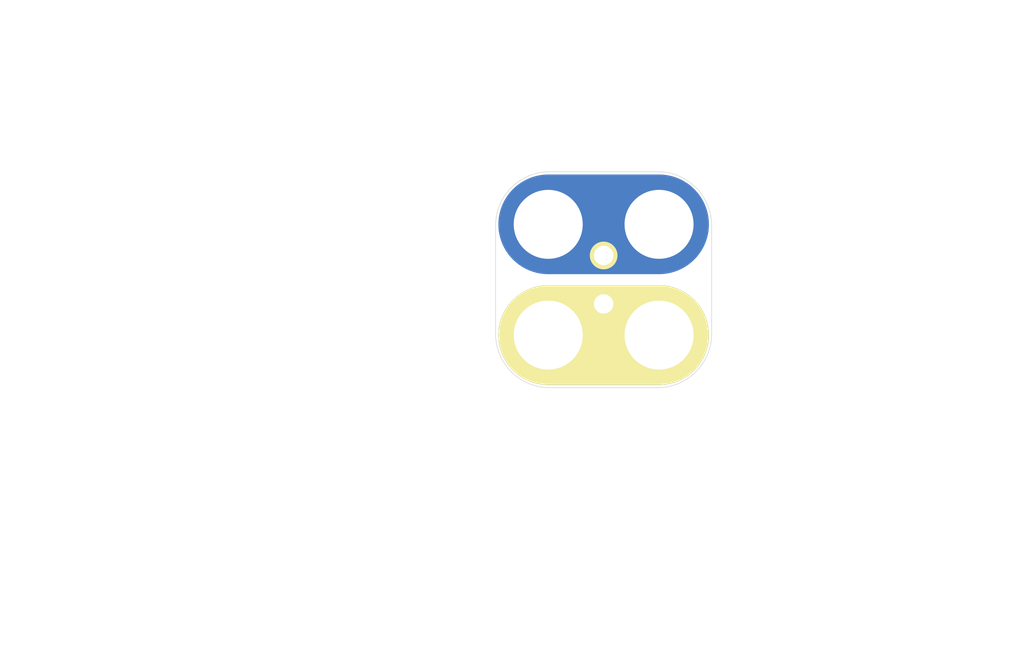
<source format=kicad_pcb>
(kicad_pcb (version 4) (host pcbnew 4.0.5-e0-6337~49~ubuntu16.04.1)

  (general
    (links 0)
    (no_connects 0)
    (area 104.572999 74.854999 178.510001 123.265001)
    (thickness 1.6)
    (drawings 17)
    (tracks 0)
    (zones 0)
    (modules 1)
    (nets 1)
  )

  (page USLetter)
  (title_block
    (title "2x2 All Purpose 3.5mm Pitch Module")
    (date "18 Jan 2017")
    (rev 1.0)
    (company "All rights reserved.")
    (comment 1 help@browndoggadgets.com)
    (comment 2 http://browndoggadgets.com/)
    (comment 3 "Brown Dog Gadgets")
  )

  (layers
    (0 F.Cu signal)
    (31 B.Cu signal)
    (34 B.Paste user)
    (35 F.Paste user)
    (36 B.SilkS user)
    (37 F.SilkS user)
    (38 B.Mask user)
    (39 F.Mask user)
    (44 Edge.Cuts user)
    (46 B.CrtYd user)
    (47 F.CrtYd user)
    (48 B.Fab user)
    (49 F.Fab user)
  )

  (setup
    (last_trace_width 0.254)
    (user_trace_width 0.1524)
    (user_trace_width 0.254)
    (user_trace_width 0.3302)
    (user_trace_width 0.508)
    (user_trace_width 0.762)
    (user_trace_width 1.27)
    (trace_clearance 0.254)
    (zone_clearance 0.508)
    (zone_45_only no)
    (trace_min 0.1524)
    (segment_width 0.1524)
    (edge_width 0.1524)
    (via_size 0.6858)
    (via_drill 0.3302)
    (via_min_size 0.6858)
    (via_min_drill 0.3302)
    (user_via 0.6858 0.3302)
    (user_via 0.762 0.4064)
    (user_via 0.8636 0.508)
    (uvia_size 0.6858)
    (uvia_drill 0.3302)
    (uvias_allowed no)
    (uvia_min_size 0)
    (uvia_min_drill 0)
    (pcb_text_width 0.1524)
    (pcb_text_size 1.016 1.016)
    (mod_edge_width 0.1524)
    (mod_text_size 1.016 1.016)
    (mod_text_width 0.1524)
    (pad_size 1.524 1.524)
    (pad_drill 0.762)
    (pad_to_mask_clearance 0.0762)
    (solder_mask_min_width 0.1016)
    (pad_to_paste_clearance -0.0762)
    (aux_axis_origin 0 0)
    (visible_elements FFFEDF7D)
    (pcbplotparams
      (layerselection 0x310fc_80000001)
      (usegerberextensions true)
      (excludeedgelayer true)
      (linewidth 0.100000)
      (plotframeref false)
      (viasonmask false)
      (mode 1)
      (useauxorigin false)
      (hpglpennumber 1)
      (hpglpenspeed 20)
      (hpglpendiameter 15)
      (hpglpenoverlay 2)
      (psnegative false)
      (psa4output false)
      (plotreference true)
      (plotvalue true)
      (plotinvisibletext false)
      (padsonsilk false)
      (subtractmaskfromsilk false)
      (outputformat 1)
      (mirror false)
      (drillshape 0)
      (scaleselection 1)
      (outputdirectory gerbers))
  )

  (net 0 "")

  (net_class Default "This is the default net class."
    (clearance 0.254)
    (trace_width 0.254)
    (via_dia 0.6858)
    (via_drill 0.3302)
    (uvia_dia 0.6858)
    (uvia_drill 0.3302)
  )

  (module Crazy_Circuits:GENERIC-3.5MM-TH-2x2 (layer F.Cu) (tedit 58805996) (tstamp 58807DB9)
    (at 144.145 99.06)
    (descr "2.54mm pitch through hole centered 2x2")
    (fp_text reference J1 (at 4 -4) (layer F.Fab)
      (effects (font (size 1 1) (thickness 0.15)))
    )
    (fp_text value Conn_2 (at 4 6) (layer F.Fab) hide
      (effects (font (size 1 1) (thickness 0.15)))
    )
    (fp_line (start 8 -8) (end 0 -8) (layer B.Cu) (width 7.2))
    (fp_line (start 8 0) (end 0 0) (layer B.Cu) (width 7.2))
    (fp_line (start 0 0) (end 8 0) (layer B.Mask) (width 7.2))
    (fp_line (start 8 -8) (end 0 -8) (layer B.Mask) (width 7.2))
    (fp_line (start 7.9 -11.8) (end 0.1 -11.8) (layer Edge.Cuts) (width 0.04064))
    (fp_line (start 7.9 3.8) (end 0.1 3.8) (layer Edge.Cuts) (width 0.04064))
    (fp_line (start 11.8 -0.1) (end 11.8 -7.9) (layer Edge.Cuts) (width 0.04064))
    (fp_line (start -3.8 -0.1) (end -3.8 -7.9) (layer Edge.Cuts) (width 0.04064))
    (fp_arc (start 7.9 -7.9) (end 7.9 -11.8) (angle 90) (layer Edge.Cuts) (width 0.04064))
    (fp_arc (start 7.9 -0.1) (end 11.8 -0.1) (angle 90) (layer Edge.Cuts) (width 0.04064))
    (fp_arc (start 0.1 -0.1) (end 0.1 3.8) (angle 90) (layer Edge.Cuts) (width 0.04064))
    (fp_arc (start 0.1 -7.9) (end -3.8 -7.9) (angle 90) (layer Edge.Cuts) (width 0.04064))
    (fp_line (start 7.9 -11.8) (end 0.1 -11.8) (layer F.Fab) (width 0.04064))
    (fp_line (start 7.9 3.8) (end 0.1 3.8) (layer F.Fab) (width 0.04064))
    (fp_line (start 11.8 -0.1) (end 11.8 -7.9) (layer F.Fab) (width 0.04064))
    (fp_line (start -3.8 -0.1) (end -3.8 -7.9) (layer F.Fab) (width 0.04064))
    (fp_arc (start 7.9 -7.9) (end 7.9 -11.8) (angle 90) (layer F.Fab) (width 0.04064))
    (fp_arc (start 7.9 -0.1) (end 11.8 -0.1) (angle 90) (layer F.Fab) (width 0.04064))
    (fp_arc (start 0.1 -0.1) (end 0.1 3.8) (angle 90) (layer F.Fab) (width 0.04064))
    (fp_arc (start 0.1 -7.9) (end -3.8 -7.9) (angle 90) (layer F.Fab) (width 0.04064))
    (fp_line (start 0 0) (end 8 0) (layer F.SilkS) (width 7.2))
    (pad 1 thru_hole circle (at 4 -5.75) (size 2 2) (drill 1.4) (layers *.Cu *.Mask F.SilkS))
    (pad 2 thru_hole circle (at 4 -2.25 270) (size 1.9 1.9) (drill 1.4) (layers *.Cu *.Mask F.SilkS))
    (pad 2 thru_hole circle (at 0 0) (size 6 6) (drill 4.98) (layers *.Cu *.Mask))
    (pad 1 thru_hole circle (at 0 -8) (size 6 6) (drill 4.98) (layers *.Cu *.Mask))
    (pad 1 thru_hole circle (at 8 -8) (size 6 6) (drill 4.98) (layers *.Cu *.Mask))
    (pad 2 thru_hole circle (at 8 0) (size 6 6) (drill 4.98) (layers *.Cu *.Mask))
  )

  (gr_circle (center 117.348 76.962) (end 118.618 76.962) (layer Dwgs.User) (width 0.15))
  (gr_line (start 114.427 78.994) (end 114.427 74.93) (angle 90) (layer Dwgs.User) (width 0.15))
  (gr_line (start 120.269 78.994) (end 114.427 78.994) (angle 90) (layer Dwgs.User) (width 0.15))
  (gr_line (start 120.269 74.93) (end 120.269 78.994) (angle 90) (layer Dwgs.User) (width 0.15))
  (gr_line (start 114.427 74.93) (end 120.269 74.93) (angle 90) (layer Dwgs.User) (width 0.15))
  (gr_line (start 120.523 93.98) (end 104.648 93.98) (angle 90) (layer Dwgs.User) (width 0.15))
  (gr_line (start 173.355 102.235) (end 173.355 94.615) (angle 90) (layer Dwgs.User) (width 0.15))
  (gr_line (start 178.435 102.235) (end 173.355 102.235) (angle 90) (layer Dwgs.User) (width 0.15))
  (gr_line (start 178.435 94.615) (end 178.435 102.235) (angle 90) (layer Dwgs.User) (width 0.15))
  (gr_line (start 173.355 94.615) (end 178.435 94.615) (angle 90) (layer Dwgs.User) (width 0.15))
  (gr_line (start 109.093 123.19) (end 109.093 114.3) (angle 90) (layer Dwgs.User) (width 0.15))
  (gr_line (start 122.428 123.19) (end 109.093 123.19) (angle 90) (layer Dwgs.User) (width 0.15))
  (gr_line (start 122.428 114.3) (end 122.428 123.19) (angle 90) (layer Dwgs.User) (width 0.15))
  (gr_line (start 109.093 114.3) (end 122.428 114.3) (angle 90) (layer Dwgs.User) (width 0.15))
  (gr_line (start 104.648 93.98) (end 104.648 82.55) (angle 90) (layer Dwgs.User) (width 0.15))
  (gr_line (start 120.523 82.55) (end 120.523 93.98) (angle 90) (layer Dwgs.User) (width 0.15))
  (gr_line (start 104.648 82.55) (end 120.523 82.55) (angle 90) (layer Dwgs.User) (width 0.15))

)

</source>
